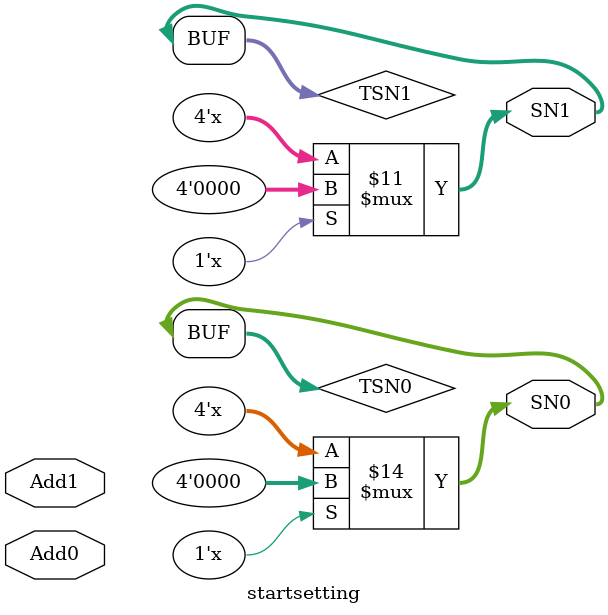
<source format=v>
module startsetting(Add0,Add1,SN0,SN1);

	input Add0,Add1;
	output [3:0]SN0,SN1;
	
	wire [3:0]SN0,SN1;
	reg [3:0] TSN0=0, TSN1=0;
	
	always @ (Add0,Add1)
	begin
		if (Add0 == 1) begin
			TSN0 = TSN0 + 1'b1;
			end
		if (Add1 == 1) begin
			TSN1 = TSN1 + 1'b1;
			end
		if (TSN0 == 4'b1010) begin
			TSN0 = 4'b0000;
			end
		if (TSN1 == 4'b1010) begin
			TSN1 = 4'b0000;
			end
	end
	
	assign SN0 = TSN0;
	assign SN1 = TSN1;
	
endmodule

</source>
